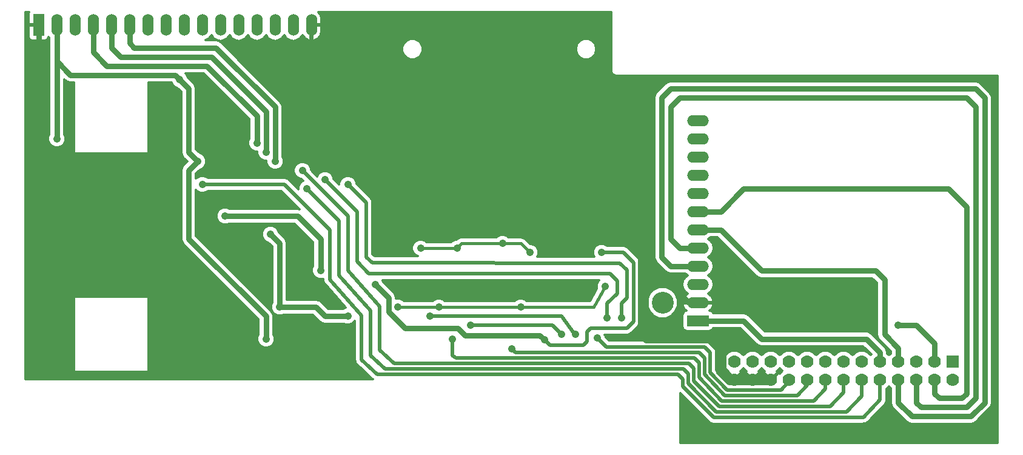
<source format=gbl>
G04 #@! TF.FileFunction,Copper,L2,Bot,Signal*
%FSLAX46Y46*%
G04 Gerber Fmt 4.6, Leading zero omitted, Abs format (unit mm)*
G04 Created by KiCad (PCBNEW 4.0.5-e0-6337~49~ubuntu14.04.1) date Fri Dec 30 14:23:34 2016*
%MOMM*%
%LPD*%
G01*
G04 APERTURE LIST*
%ADD10C,0.150000*%
%ADD11R,1.778000X1.778000*%
%ADD12C,1.778000*%
%ADD13C,3.048000*%
%ADD14R,1.524000X3.048000*%
%ADD15O,1.524000X3.048000*%
%ADD16R,3.048000X1.524000*%
%ADD17O,3.048000X1.524000*%
%ADD18C,1.066800*%
%ADD19C,0.762000*%
%ADD20C,0.381000*%
%ADD21C,0.508000*%
%ADD22C,1.524000*%
%ADD23C,0.304800*%
G04 APERTURE END LIST*
D10*
D11*
X206375000Y-124460000D03*
D12*
X206375000Y-127000000D03*
X203835000Y-124460000D03*
X203835000Y-127000000D03*
X201295000Y-124460000D03*
X201295000Y-127000000D03*
X198755000Y-124460000D03*
X198755000Y-127000000D03*
X196215000Y-124460000D03*
X196215000Y-127000000D03*
X193675000Y-124460000D03*
X193675000Y-127000000D03*
X191135000Y-124460000D03*
X191135000Y-127000000D03*
X188595000Y-124460000D03*
X188595000Y-127000000D03*
X186055000Y-124460000D03*
X186055000Y-127000000D03*
X183515000Y-124460000D03*
X183515000Y-127000000D03*
X180975000Y-124460000D03*
X180975000Y-127000000D03*
X178435000Y-124460000D03*
X178435000Y-127000000D03*
X175895000Y-124460000D03*
X175895000Y-127000000D03*
D13*
X165862000Y-116205000D03*
D14*
X78740000Y-77470000D03*
D15*
X81280000Y-77470000D03*
X83820000Y-77470000D03*
X86360000Y-77470000D03*
X88900000Y-77470000D03*
X91440000Y-77470000D03*
X93980000Y-77470000D03*
X96520000Y-77470000D03*
X99060000Y-77470000D03*
X101600000Y-77470000D03*
X104140000Y-77470000D03*
X106680000Y-77470000D03*
X109220000Y-77470000D03*
X111760000Y-77470000D03*
X114300000Y-77470000D03*
X116840000Y-77470000D03*
D16*
X170815000Y-118745000D03*
D17*
X170815000Y-116205000D03*
X170815000Y-113665000D03*
X170815000Y-111125000D03*
X170815000Y-108585000D03*
X170815000Y-106045000D03*
X170815000Y-103505000D03*
X170815000Y-100965000D03*
X170815000Y-98425000D03*
X170815000Y-95885000D03*
X170815000Y-93345000D03*
X170815000Y-90805000D03*
D18*
X111125000Y-106680000D03*
X121920000Y-118110000D03*
X112395000Y-116840000D03*
X132080000Y-108585000D03*
X137160000Y-108585000D03*
X147320000Y-109220000D03*
X143510000Y-107950000D03*
X198755000Y-119380000D03*
X100965000Y-96520000D03*
X110490000Y-121285000D03*
X98425000Y-85090000D03*
X81280000Y-93345000D03*
X146050000Y-116840000D03*
X157861000Y-113919000D03*
X128905000Y-116840000D03*
X134620000Y-116840000D03*
X136525000Y-121285000D03*
X153670000Y-120650000D03*
X133350000Y-118110000D03*
X111760000Y-96520000D03*
X101600000Y-99695000D03*
X115570000Y-97790000D03*
X118745000Y-99060000D03*
X158115000Y-118364000D03*
X116205000Y-100330000D03*
X156718000Y-121158000D03*
X151765000Y-120650000D03*
X139065000Y-119380000D03*
X110490000Y-95250000D03*
X160147000Y-118364000D03*
X121920000Y-99695000D03*
X109220000Y-93980000D03*
X144780000Y-122682000D03*
X127000000Y-106045000D03*
X161290000Y-104140000D03*
X116840000Y-118745000D03*
X148590000Y-107315000D03*
X100330000Y-114935000D03*
X121285000Y-120015000D03*
X103505000Y-125730000D03*
X78740000Y-93345000D03*
X130175000Y-115443000D03*
X135890000Y-115443000D03*
X141605000Y-115443000D03*
X147320000Y-115443000D03*
X118110000Y-111760000D03*
X104775000Y-104140000D03*
X125730000Y-113665000D03*
X149352000Y-121412000D03*
X157353000Y-109220000D03*
D19*
X112395000Y-107950000D02*
X112395000Y-116840000D01*
X111125000Y-106680000D02*
X112395000Y-107950000D01*
X121920000Y-118110000D02*
X118745000Y-118110000D01*
X117475000Y-116840000D02*
X112395000Y-116840000D01*
X118745000Y-118110000D02*
X117475000Y-116840000D01*
D20*
X137160000Y-108585000D02*
X132080000Y-108585000D01*
X143510000Y-107950000D02*
X137795000Y-107950000D01*
X137795000Y-107950000D02*
X137160000Y-108585000D01*
X146050000Y-107950000D02*
X147320000Y-109220000D01*
X143510000Y-107950000D02*
X146050000Y-107950000D01*
D19*
X203835000Y-121920000D02*
X203835000Y-124460000D01*
X201295000Y-119380000D02*
X203835000Y-121920000D01*
X198755000Y-119380000D02*
X201295000Y-119380000D01*
X100965000Y-96520000D02*
X99695000Y-95250000D01*
X99695000Y-86360000D02*
X98425000Y-85090000D01*
X99695000Y-95250000D02*
X99695000Y-86360000D01*
X99695000Y-97790000D02*
X100965000Y-96520000D01*
X99695000Y-107315000D02*
X99695000Y-97790000D01*
X110490000Y-118110000D02*
X99695000Y-107315000D01*
X110490000Y-121285000D02*
X110490000Y-118110000D01*
X83185000Y-84455000D02*
X81280000Y-82550000D01*
X98425000Y-85090000D02*
X97790000Y-84455000D01*
X97790000Y-84455000D02*
X83185000Y-84455000D01*
X81280000Y-93345000D02*
X81280000Y-82550000D01*
X81280000Y-82550000D02*
X81280000Y-77470000D01*
D20*
X146050000Y-116840000D02*
X156210000Y-116840000D01*
X156210000Y-116840000D02*
X157861000Y-113919000D01*
X134620000Y-116840000D02*
X128905000Y-116840000D01*
X140335000Y-116840000D02*
X134620000Y-116840000D01*
X146050000Y-116840000D02*
X140335000Y-116840000D01*
D19*
X196215000Y-124460000D02*
X196215000Y-123190000D01*
X177165000Y-118745000D02*
X170815000Y-118745000D01*
X179705000Y-121285000D02*
X177165000Y-118745000D01*
X194310000Y-121285000D02*
X179705000Y-121285000D01*
X196215000Y-123190000D02*
X194310000Y-121285000D01*
D21*
X137033000Y-123952000D02*
X136525000Y-123571000D01*
X188595000Y-128270000D02*
X186944000Y-129921000D01*
X186944000Y-129921000D02*
X174117000Y-129921000D01*
X174117000Y-129921000D02*
X170942000Y-126619000D01*
X170942000Y-126619000D02*
X170942000Y-124587000D01*
X170942000Y-124587000D02*
X170307000Y-123952000D01*
X170307000Y-123952000D02*
X137033000Y-123952000D01*
X188595000Y-127000000D02*
X188595000Y-128270000D01*
X136525000Y-123571000D02*
X136525000Y-121285000D01*
D19*
X198755000Y-127000000D02*
X198755000Y-130175000D01*
X167005000Y-111125000D02*
X170815000Y-111125000D01*
X165735000Y-109855000D02*
X167005000Y-111125000D01*
X165735000Y-87630000D02*
X165735000Y-109855000D01*
X167005000Y-86360000D02*
X165735000Y-87630000D01*
X209550000Y-86360000D02*
X167005000Y-86360000D01*
X210820000Y-87630000D02*
X209550000Y-86360000D01*
X210820000Y-130175000D02*
X210820000Y-87630000D01*
X208915000Y-132080000D02*
X210820000Y-130175000D01*
X200660000Y-132080000D02*
X208915000Y-132080000D01*
X198755000Y-130175000D02*
X200660000Y-132080000D01*
D21*
X153670000Y-120650000D02*
X153543000Y-120523000D01*
X153543000Y-120523000D02*
X151765000Y-118110000D01*
X133350000Y-118110000D02*
X151765000Y-118110000D01*
D19*
X91440000Y-80010000D02*
X91440000Y-77470000D01*
X92075000Y-80645000D02*
X91440000Y-80010000D01*
X103505000Y-80645000D02*
X92075000Y-80645000D01*
X111760000Y-88900000D02*
X103505000Y-80645000D01*
X111760000Y-96520000D02*
X111760000Y-88900000D01*
D21*
X123825000Y-124206000D02*
X125984000Y-126238000D01*
X123825000Y-117983000D02*
X123825000Y-124206000D01*
X119380000Y-113030000D02*
X119380000Y-106045000D01*
X196215000Y-127000000D02*
X196215000Y-129794000D01*
X168021000Y-126238000D02*
X125984000Y-126238000D01*
X168656000Y-126873000D02*
X168021000Y-126238000D01*
X168656000Y-127889000D02*
X168656000Y-126873000D01*
X172974000Y-132207000D02*
X168656000Y-127889000D01*
X193929000Y-132207000D02*
X172974000Y-132207000D01*
X196215000Y-129794000D02*
X193929000Y-132207000D01*
X119380000Y-113030000D02*
X123825000Y-117983000D01*
X113030000Y-99695000D02*
X101600000Y-99695000D01*
X119380000Y-106045000D02*
X113030000Y-99695000D01*
X126365000Y-116713000D02*
X126365000Y-122809000D01*
X126365000Y-122809000D02*
X128397000Y-124714000D01*
X121920000Y-104140000D02*
X115570000Y-97790000D01*
X126365000Y-116713000D02*
X121920000Y-111760000D01*
X191135000Y-128778000D02*
X189230000Y-130683000D01*
X189230000Y-130683000D02*
X173736000Y-130683000D01*
X173736000Y-130683000D02*
X170180000Y-127127000D01*
X170180000Y-127127000D02*
X170180000Y-125349000D01*
X170180000Y-125349000D02*
X169545000Y-124714000D01*
X169545000Y-124714000D02*
X128397000Y-124714000D01*
X191135000Y-127000000D02*
X191135000Y-128778000D01*
X121920000Y-111760000D02*
X121920000Y-104140000D01*
X123190000Y-103505000D02*
X118745000Y-99060000D01*
X123190000Y-110490000D02*
X124841000Y-112141000D01*
X159512000Y-113157000D02*
X158496000Y-112141000D01*
X159512000Y-114935000D02*
X159512000Y-113157000D01*
X158115000Y-116332000D02*
X159512000Y-114935000D01*
X158115000Y-118364000D02*
X158115000Y-116332000D01*
X158496000Y-112141000D02*
X124841000Y-112141000D01*
X123190000Y-110490000D02*
X123190000Y-103505000D01*
X125095000Y-117348000D02*
X125095000Y-123571000D01*
X125095000Y-123571000D02*
X127127000Y-125476000D01*
X120650000Y-104775000D02*
X116205000Y-100330000D01*
X193675000Y-129286000D02*
X191516000Y-131445000D01*
X191516000Y-131445000D02*
X173355000Y-131445000D01*
X173355000Y-131445000D02*
X169418000Y-127508000D01*
X169418000Y-127508000D02*
X169418000Y-126111000D01*
X169418000Y-126111000D02*
X168783000Y-125476000D01*
X168783000Y-125476000D02*
X127127000Y-125476000D01*
X193675000Y-127000000D02*
X193675000Y-129286000D01*
X125095000Y-117348000D02*
X120650000Y-112395000D01*
X120650000Y-112395000D02*
X120650000Y-104775000D01*
D19*
X201295000Y-127000000D02*
X201295000Y-130175000D01*
X168275000Y-108585000D02*
X170815000Y-108585000D01*
X167005000Y-107315000D02*
X168275000Y-108585000D01*
X167005000Y-88900000D02*
X167005000Y-107315000D01*
X168275000Y-87630000D02*
X167005000Y-88900000D01*
X208280000Y-87630000D02*
X168275000Y-87630000D01*
X209550000Y-88900000D02*
X208280000Y-87630000D01*
X209550000Y-129540000D02*
X209550000Y-88900000D01*
X208280000Y-130810000D02*
X209550000Y-129540000D01*
X201930000Y-130810000D02*
X208280000Y-130810000D01*
X201295000Y-130175000D02*
X201930000Y-130810000D01*
D21*
X157988000Y-122428000D02*
X156718000Y-121158000D01*
X171704000Y-122428000D02*
X157988000Y-122428000D01*
X172466000Y-123190000D02*
X171704000Y-122428000D01*
X172466000Y-125984000D02*
X172466000Y-123190000D01*
X174879000Y-128397000D02*
X172466000Y-125984000D01*
X182372000Y-128397000D02*
X174879000Y-128397000D01*
X183515000Y-127254000D02*
X182372000Y-128397000D01*
X183515000Y-127000000D02*
X183515000Y-127254000D01*
X151765000Y-120650000D02*
X150495000Y-119380000D01*
X150495000Y-119380000D02*
X139065000Y-119380000D01*
D19*
X88900000Y-80645000D02*
X88900000Y-77470000D01*
X90170000Y-81915000D02*
X88900000Y-80645000D01*
X102870000Y-81915000D02*
X90170000Y-81915000D01*
X110490000Y-89535000D02*
X102870000Y-81915000D01*
X110490000Y-95250000D02*
X110490000Y-89535000D01*
D21*
X124460000Y-109855000D02*
X124460000Y-102235000D01*
X125349000Y-110617000D02*
X159893000Y-110744000D01*
X160909000Y-115570000D02*
X160909000Y-111633000D01*
X160147000Y-116332000D02*
X160909000Y-115570000D01*
X160147000Y-118364000D02*
X160147000Y-116332000D01*
X160909000Y-111633000D02*
X159893000Y-110744000D01*
X124460000Y-109855000D02*
X125349000Y-110617000D01*
X124460000Y-102235000D02*
X121920000Y-99695000D01*
D19*
X196850000Y-120650000D02*
X198755000Y-122555000D01*
X196850000Y-113030000D02*
X195580000Y-111760000D01*
X195580000Y-111760000D02*
X179705000Y-111760000D01*
X179705000Y-111760000D02*
X173990000Y-106045000D01*
X170815000Y-106045000D02*
X173990000Y-106045000D01*
X196850000Y-120650000D02*
X196850000Y-113030000D01*
X198755000Y-122555000D02*
X198755000Y-124460000D01*
X86360000Y-81280000D02*
X86360000Y-77470000D01*
X88265000Y-83185000D02*
X86360000Y-81280000D01*
X102235000Y-83185000D02*
X88265000Y-83185000D01*
X109220000Y-90170000D02*
X102235000Y-83185000D01*
X109220000Y-93980000D02*
X109220000Y-90170000D01*
D21*
X145288000Y-123190000D02*
X144780000Y-122682000D01*
X186055000Y-127762000D02*
X184658000Y-129159000D01*
X184658000Y-129159000D02*
X174498000Y-129159000D01*
X174498000Y-129159000D02*
X171704000Y-126238000D01*
X171704000Y-126238000D02*
X171704000Y-123952000D01*
X171704000Y-123952000D02*
X170942000Y-123190000D01*
X170942000Y-123190000D02*
X145288000Y-123190000D01*
X186055000Y-127000000D02*
X186055000Y-127762000D01*
D19*
X203835000Y-127000000D02*
X203835000Y-128905000D01*
X173990000Y-103505000D02*
X170815000Y-103505000D01*
X177165000Y-100330000D02*
X173990000Y-103505000D01*
X205740000Y-100330000D02*
X177165000Y-100330000D01*
X208280000Y-102870000D02*
X205740000Y-100330000D01*
X208280000Y-128905000D02*
X208280000Y-102870000D01*
X207645000Y-129540000D02*
X208280000Y-128905000D01*
X204470000Y-129540000D02*
X207645000Y-129540000D01*
X203835000Y-128905000D02*
X204470000Y-129540000D01*
D22*
X127635000Y-105410000D02*
X127000000Y-106045000D01*
X148590000Y-105410000D02*
X127635000Y-105410000D01*
D19*
X161290000Y-104140000D02*
X161290000Y-105410000D01*
X118110000Y-120015000D02*
X121285000Y-120015000D01*
X116840000Y-118745000D02*
X118110000Y-120015000D01*
X148590000Y-107315000D02*
X148590000Y-105410000D01*
D22*
X163195000Y-107315000D02*
X161290000Y-105410000D01*
X163195000Y-109855000D02*
X163195000Y-107315000D01*
X161290000Y-105410000D02*
X148590000Y-105410000D01*
D19*
X102235000Y-124460000D02*
X103505000Y-125730000D01*
X102235000Y-116840000D02*
X102235000Y-124460000D01*
X100330000Y-114935000D02*
X102235000Y-116840000D01*
X115570000Y-125730000D02*
X121285000Y-120015000D01*
X115570000Y-125730000D02*
X103505000Y-125730000D01*
X78740000Y-93345000D02*
X78740000Y-77470000D01*
X170815000Y-116205000D02*
X169545000Y-116205000D01*
X169545000Y-116205000D02*
X163195000Y-109855000D01*
D20*
X130175000Y-115443000D02*
X135890000Y-115443000D01*
X135890000Y-115443000D02*
X141605000Y-115443000D01*
X147320000Y-115443000D02*
X141605000Y-115443000D01*
D19*
X170815000Y-116205000D02*
X170815000Y-116205000D01*
D22*
X163830000Y-121158000D02*
X163703000Y-121158000D01*
X173227998Y-121157998D02*
X163830000Y-121158000D01*
X173990000Y-121920000D02*
X173227998Y-121157998D01*
X173990000Y-125730000D02*
X173990000Y-121920000D01*
X175260000Y-127000000D02*
X173990000Y-125730000D01*
X163195000Y-120650000D02*
X163195000Y-114300000D01*
X163195000Y-114300000D02*
X163195000Y-109855000D01*
X163703000Y-121158000D02*
X163195000Y-120650000D01*
X180975000Y-127000000D02*
X178435000Y-127000000D01*
X178435000Y-127000000D02*
X175895000Y-127000000D01*
X175895000Y-127000000D02*
X175260000Y-127000000D01*
D19*
X129921000Y-119761000D02*
X137287000Y-119761000D01*
X125730000Y-113665000D02*
X127635000Y-115570000D01*
X127635000Y-115570000D02*
X127635000Y-117475000D01*
X127635000Y-117475000D02*
X129921000Y-119761000D01*
X118110000Y-107315000D02*
X118110000Y-111760000D01*
X114935000Y-104140000D02*
X118110000Y-107315000D01*
X104775000Y-104140000D02*
X114935000Y-104140000D01*
X148717000Y-120777000D02*
X149352000Y-121412000D01*
X138303000Y-120777000D02*
X148717000Y-120777000D01*
X137287000Y-119761000D02*
X138303000Y-120777000D01*
D21*
X149352000Y-121412000D02*
X150114000Y-122174000D01*
X160401000Y-109220000D02*
X157353000Y-109220000D01*
X161798000Y-110617000D02*
X160401000Y-109220000D01*
X161798000Y-118872000D02*
X161798000Y-110617000D01*
X160909000Y-119761000D02*
X161798000Y-118872000D01*
X155829000Y-119761000D02*
X160909000Y-119761000D01*
X155321000Y-120269000D02*
X155829000Y-119761000D01*
X155321000Y-121666000D02*
X155321000Y-120269000D01*
X154813000Y-122174000D02*
X155321000Y-121666000D01*
X150114000Y-122174000D02*
X154813000Y-122174000D01*
D23*
G36*
X158674600Y-83820000D02*
X158728676Y-84091858D01*
X158882671Y-84322329D01*
X159113142Y-84476324D01*
X159385000Y-84530400D01*
X212649600Y-84530400D01*
X212649600Y-135814600D01*
X168350400Y-135814600D01*
X168350400Y-128876556D01*
X172327421Y-132853578D01*
X172475748Y-132952687D01*
X172624074Y-133051795D01*
X172974000Y-133121400D01*
X193929000Y-133121400D01*
X193941322Y-133118949D01*
X193953704Y-133121066D01*
X194115844Y-133084234D01*
X194278926Y-133051795D01*
X194289371Y-133044816D01*
X194301621Y-133042033D01*
X194437332Y-132945951D01*
X194575578Y-132853578D01*
X194582556Y-132843134D01*
X194592811Y-132835874D01*
X196878811Y-130422874D01*
X196967427Y-130282165D01*
X197059795Y-130143926D01*
X197062246Y-130131605D01*
X197068941Y-130120974D01*
X197096962Y-129957076D01*
X197129400Y-129794000D01*
X197129400Y-128276468D01*
X197485305Y-127921184D01*
X197713600Y-128149879D01*
X197713600Y-130175000D01*
X197792872Y-130573527D01*
X197967850Y-130835400D01*
X198018619Y-130911381D01*
X199923619Y-132816381D01*
X200261473Y-133042128D01*
X200660000Y-133121400D01*
X208915000Y-133121400D01*
X209313527Y-133042128D01*
X209651381Y-132816381D01*
X211556381Y-130911381D01*
X211607150Y-130835400D01*
X211782128Y-130573527D01*
X211861400Y-130175000D01*
X211861400Y-87630000D01*
X211782128Y-87231473D01*
X211556381Y-86893619D01*
X210286381Y-85623619D01*
X210084200Y-85488526D01*
X209948527Y-85397872D01*
X209550000Y-85318600D01*
X167005000Y-85318600D01*
X166606473Y-85397872D01*
X166470800Y-85488526D01*
X166268619Y-85623619D01*
X164998619Y-86893619D01*
X164772872Y-87231473D01*
X164693600Y-87630000D01*
X164693600Y-109855000D01*
X164772872Y-110253527D01*
X164938615Y-110501578D01*
X164998619Y-110591381D01*
X166268619Y-111861381D01*
X166606473Y-112087128D01*
X167005000Y-112166400D01*
X169057712Y-112166400D01*
X169399837Y-112395000D01*
X169004416Y-112659211D01*
X168696079Y-113120671D01*
X168587805Y-113665000D01*
X168696079Y-114209329D01*
X169004416Y-114670789D01*
X169404252Y-114937950D01*
X168975369Y-115271053D01*
X168699993Y-115754537D01*
X168667594Y-115882707D01*
X168799812Y-116103400D01*
X170713400Y-116103400D01*
X170713400Y-116083400D01*
X170916600Y-116083400D01*
X170916600Y-116103400D01*
X172830188Y-116103400D01*
X172962406Y-115882707D01*
X172930007Y-115754537D01*
X172654631Y-115271053D01*
X172225748Y-114937950D01*
X172625584Y-114670789D01*
X172933921Y-114209329D01*
X173042195Y-113665000D01*
X172933921Y-113120671D01*
X172625584Y-112659211D01*
X172230163Y-112395000D01*
X172625584Y-112130789D01*
X172933921Y-111669329D01*
X173042195Y-111125000D01*
X172933921Y-110580671D01*
X172625584Y-110119211D01*
X172230163Y-109855000D01*
X172625584Y-109590789D01*
X172933921Y-109129329D01*
X173042195Y-108585000D01*
X172933921Y-108040671D01*
X172625584Y-107579211D01*
X172230163Y-107315000D01*
X172572288Y-107086400D01*
X173558638Y-107086400D01*
X178968619Y-112496381D01*
X179306474Y-112722129D01*
X179705000Y-112801400D01*
X195148638Y-112801400D01*
X195808600Y-113461362D01*
X195808600Y-120650000D01*
X195887872Y-121048527D01*
X196053615Y-121296578D01*
X196113619Y-121386381D01*
X197713600Y-122986362D01*
X197713600Y-123310310D01*
X197484695Y-123538816D01*
X197256400Y-123310121D01*
X197256400Y-123190000D01*
X197177128Y-122791473D01*
X196951381Y-122453619D01*
X195046381Y-120548619D01*
X194855984Y-120421400D01*
X194708527Y-120322872D01*
X194310000Y-120243600D01*
X180136362Y-120243600D01*
X177901381Y-118008619D01*
X177710984Y-117881400D01*
X177563527Y-117782872D01*
X177165000Y-117703600D01*
X172943979Y-117703600D01*
X172821654Y-117513501D01*
X172600966Y-117362712D01*
X172415010Y-117325055D01*
X172654631Y-117138947D01*
X172930007Y-116655463D01*
X172962406Y-116527293D01*
X172830188Y-116306600D01*
X170916600Y-116306600D01*
X170916600Y-116326600D01*
X170713400Y-116326600D01*
X170713400Y-116306600D01*
X168799812Y-116306600D01*
X168667594Y-116527293D01*
X168699993Y-116655463D01*
X168975369Y-117138947D01*
X169213860Y-117324177D01*
X169046270Y-117355711D01*
X168821501Y-117500346D01*
X168670712Y-117721034D01*
X168617662Y-117983000D01*
X168617662Y-119507000D01*
X168663711Y-119751730D01*
X168808346Y-119976499D01*
X169029034Y-120127288D01*
X169291000Y-120180338D01*
X172339000Y-120180338D01*
X172583730Y-120134289D01*
X172808499Y-119989654D01*
X172947376Y-119786400D01*
X176733638Y-119786400D01*
X178968619Y-122021381D01*
X179306473Y-122247128D01*
X179705000Y-122326400D01*
X193878638Y-122326400D01*
X195017938Y-123465700D01*
X194944695Y-123538816D01*
X194553811Y-123147248D01*
X193984547Y-122910869D01*
X193368157Y-122910331D01*
X192798482Y-123145716D01*
X192404695Y-123538816D01*
X192013811Y-123147248D01*
X191444547Y-122910869D01*
X190828157Y-122910331D01*
X190258482Y-123145716D01*
X189864695Y-123538816D01*
X189473811Y-123147248D01*
X188904547Y-122910869D01*
X188288157Y-122910331D01*
X187718482Y-123145716D01*
X187324695Y-123538816D01*
X186933811Y-123147248D01*
X186364547Y-122910869D01*
X185748157Y-122910331D01*
X185178482Y-123145716D01*
X184784695Y-123538816D01*
X184393811Y-123147248D01*
X183824547Y-122910869D01*
X183208157Y-122910331D01*
X182638482Y-123145716D01*
X182244695Y-123538816D01*
X181853811Y-123147248D01*
X181284547Y-122910869D01*
X180668157Y-122910331D01*
X180098482Y-123145716D01*
X179704695Y-123538816D01*
X179313811Y-123147248D01*
X178744547Y-122910869D01*
X178128157Y-122910331D01*
X177558482Y-123145716D01*
X177164695Y-123538816D01*
X176773811Y-123147248D01*
X176204547Y-122910869D01*
X175588157Y-122910331D01*
X175018482Y-123145716D01*
X174582248Y-123581189D01*
X174345869Y-124150453D01*
X174345331Y-124766843D01*
X174580716Y-125336518D01*
X175016189Y-125772752D01*
X175017330Y-125773226D01*
X174969113Y-125930429D01*
X175895000Y-126856316D01*
X176820887Y-125930429D01*
X176772649Y-125773155D01*
X177165305Y-125381184D01*
X177556189Y-125772752D01*
X177557330Y-125773226D01*
X177509113Y-125930429D01*
X178435000Y-126856316D01*
X179360887Y-125930429D01*
X179312649Y-125773155D01*
X179705305Y-125381184D01*
X180096189Y-125772752D01*
X180097330Y-125773226D01*
X180049113Y-125930429D01*
X180975000Y-126856316D01*
X181900887Y-125930429D01*
X181852649Y-125773155D01*
X182245305Y-125381184D01*
X182593816Y-125730305D01*
X182202248Y-126121189D01*
X182201774Y-126122330D01*
X182044571Y-126074113D01*
X181118684Y-127000000D01*
X181132827Y-127014143D01*
X180989143Y-127157827D01*
X180975000Y-127143684D01*
X180960858Y-127157827D01*
X180817174Y-127014143D01*
X180831316Y-127000000D01*
X179905429Y-126074113D01*
X179705000Y-126135588D01*
X179504571Y-126074113D01*
X178578684Y-127000000D01*
X178592827Y-127014143D01*
X178449143Y-127157827D01*
X178435000Y-127143684D01*
X178420858Y-127157827D01*
X178277174Y-127014143D01*
X178291316Y-127000000D01*
X177365429Y-126074113D01*
X177165000Y-126135588D01*
X176964571Y-126074113D01*
X176038684Y-127000000D01*
X176052827Y-127014143D01*
X175909143Y-127157827D01*
X175895000Y-127143684D01*
X175880858Y-127157827D01*
X175737174Y-127014143D01*
X175751316Y-127000000D01*
X174825429Y-126074113D01*
X174559878Y-126155562D01*
X174384948Y-126609791D01*
X173380400Y-125605244D01*
X173380400Y-123190000D01*
X173363931Y-123107205D01*
X173310796Y-122840075D01*
X173112579Y-122543422D01*
X172350578Y-121781422D01*
X172321399Y-121761925D01*
X172053926Y-121583205D01*
X171704000Y-121513600D01*
X158366757Y-121513600D01*
X157911887Y-121058731D01*
X157912007Y-120921580D01*
X157810288Y-120675400D01*
X160909000Y-120675400D01*
X161258926Y-120605795D01*
X161555578Y-120407578D01*
X162444579Y-119518578D01*
X162605060Y-119278400D01*
X162642795Y-119221926D01*
X162712400Y-118872000D01*
X162712400Y-116637598D01*
X163677222Y-116637598D01*
X164009076Y-117440747D01*
X164623021Y-118055764D01*
X165425590Y-118389020D01*
X166294598Y-118389778D01*
X167097747Y-118057924D01*
X167712764Y-117443979D01*
X168046020Y-116641410D01*
X168046778Y-115772402D01*
X167714924Y-114969253D01*
X167100979Y-114354236D01*
X166298410Y-114020980D01*
X165429402Y-114020222D01*
X164626253Y-114352076D01*
X164011236Y-114966021D01*
X163677980Y-115768590D01*
X163677222Y-116637598D01*
X162712400Y-116637598D01*
X162712400Y-110617000D01*
X162642795Y-110267074D01*
X162520201Y-110083600D01*
X162444578Y-109970421D01*
X161047578Y-108573422D01*
X161001875Y-108542884D01*
X160750926Y-108375205D01*
X160401000Y-108305600D01*
X158127011Y-108305600D01*
X158030116Y-108208536D01*
X157591503Y-108026408D01*
X157116580Y-108025993D01*
X156677650Y-108207355D01*
X156341536Y-108542884D01*
X156159408Y-108981497D01*
X156158993Y-109456420D01*
X156307739Y-109816413D01*
X148377082Y-109787256D01*
X148513592Y-109458503D01*
X148514007Y-108983580D01*
X148332645Y-108544650D01*
X147997116Y-108208536D01*
X147558503Y-108026408D01*
X147329562Y-108026208D01*
X146651677Y-107348323D01*
X146375626Y-107163871D01*
X146050000Y-107099100D01*
X144347401Y-107099100D01*
X144187116Y-106938536D01*
X143748503Y-106756408D01*
X143273580Y-106755993D01*
X142834650Y-106937355D01*
X142672623Y-107099100D01*
X137795000Y-107099100D01*
X137469375Y-107163871D01*
X137193323Y-107348323D01*
X137150455Y-107391191D01*
X136923580Y-107390993D01*
X136484650Y-107572355D01*
X136322623Y-107734100D01*
X132917401Y-107734100D01*
X132757116Y-107573536D01*
X132318503Y-107391408D01*
X131843580Y-107390993D01*
X131404650Y-107572355D01*
X131068536Y-107907884D01*
X130886408Y-108346497D01*
X130885993Y-108821420D01*
X131067355Y-109260350D01*
X131402884Y-109596464D01*
X131714835Y-109725997D01*
X125688708Y-109703843D01*
X125374400Y-109434435D01*
X125374400Y-102235000D01*
X125304795Y-101885074D01*
X125267060Y-101828600D01*
X125106578Y-101588421D01*
X123113887Y-99595731D01*
X123114007Y-99458580D01*
X122932645Y-99019650D01*
X122597116Y-98683536D01*
X122158503Y-98501408D01*
X121683580Y-98500993D01*
X121244650Y-98682355D01*
X120908536Y-99017884D01*
X120726408Y-99456497D01*
X120726153Y-99747997D01*
X119938887Y-98960731D01*
X119939007Y-98823580D01*
X119757645Y-98384650D01*
X119422116Y-98048536D01*
X118983503Y-97866408D01*
X118508580Y-97865993D01*
X118069650Y-98047355D01*
X117733536Y-98382884D01*
X117652118Y-98578961D01*
X116763887Y-97690731D01*
X116764007Y-97553580D01*
X116582645Y-97114650D01*
X116247116Y-96778536D01*
X115808503Y-96596408D01*
X115333580Y-96595993D01*
X114894650Y-96777355D01*
X114558536Y-97112884D01*
X114376408Y-97551497D01*
X114375993Y-98026420D01*
X114557355Y-98465350D01*
X114892884Y-98801464D01*
X115331497Y-98983592D01*
X115470557Y-98983714D01*
X115723926Y-99237082D01*
X115529650Y-99317355D01*
X115193536Y-99652884D01*
X115011408Y-100091497D01*
X115011153Y-100382997D01*
X113676578Y-99048422D01*
X113558207Y-98969329D01*
X113379926Y-98850205D01*
X113030000Y-98780600D01*
X102374011Y-98780600D01*
X102277116Y-98683536D01*
X101838503Y-98501408D01*
X101363580Y-98500993D01*
X100924650Y-98682355D01*
X100736400Y-98870277D01*
X100736400Y-98221362D01*
X101273564Y-97684198D01*
X101640350Y-97532645D01*
X101976464Y-97197116D01*
X102158592Y-96758503D01*
X102159007Y-96283580D01*
X101977645Y-95844650D01*
X101642116Y-95508536D01*
X101273047Y-95355285D01*
X100736400Y-94818638D01*
X100736400Y-86360000D01*
X100657128Y-85961473D01*
X100431381Y-85623619D01*
X99589198Y-84781436D01*
X99437645Y-84414650D01*
X99249723Y-84226400D01*
X101803638Y-84226400D01*
X108178600Y-90601362D01*
X108178600Y-93374978D01*
X108026408Y-93741497D01*
X108025993Y-94216420D01*
X108207355Y-94655350D01*
X108542884Y-94991464D01*
X108981497Y-95173592D01*
X109296266Y-95173867D01*
X109295993Y-95486420D01*
X109477355Y-95925350D01*
X109812884Y-96261464D01*
X110251497Y-96443592D01*
X110566266Y-96443867D01*
X110565993Y-96756420D01*
X110747355Y-97195350D01*
X111082884Y-97531464D01*
X111521497Y-97713592D01*
X111996420Y-97714007D01*
X112435350Y-97532645D01*
X112771464Y-97197116D01*
X112953592Y-96758503D01*
X112954007Y-96283580D01*
X112801400Y-95914242D01*
X112801400Y-88900000D01*
X112722128Y-88501473D01*
X112496381Y-88163619D01*
X105449953Y-81117191D01*
X129514354Y-81117191D01*
X129730445Y-81640172D01*
X130130223Y-82040649D01*
X130652826Y-82257652D01*
X131218691Y-82258146D01*
X131741672Y-82042055D01*
X132142149Y-81642277D01*
X132359152Y-81119674D01*
X132359154Y-81117191D01*
X153771354Y-81117191D01*
X153987445Y-81640172D01*
X154387223Y-82040649D01*
X154909826Y-82257652D01*
X155475691Y-82258146D01*
X155998672Y-82042055D01*
X156399149Y-81642277D01*
X156616152Y-81119674D01*
X156616646Y-80553809D01*
X156400555Y-80030828D01*
X156000777Y-79630351D01*
X155478174Y-79413348D01*
X154912309Y-79412854D01*
X154389328Y-79628945D01*
X153988851Y-80028723D01*
X153771848Y-80551326D01*
X153771354Y-81117191D01*
X132359154Y-81117191D01*
X132359646Y-80553809D01*
X132143555Y-80030828D01*
X131743777Y-79630351D01*
X131221174Y-79413348D01*
X130655309Y-79412854D01*
X130132328Y-79628945D01*
X129731851Y-80028723D01*
X129514848Y-80551326D01*
X129514354Y-81117191D01*
X105449953Y-81117191D01*
X104241381Y-79908619D01*
X103903527Y-79682872D01*
X103505000Y-79603600D01*
X102070533Y-79603600D01*
X102144329Y-79588921D01*
X102605789Y-79280584D01*
X102870000Y-78885163D01*
X103134211Y-79280584D01*
X103595671Y-79588921D01*
X104140000Y-79697195D01*
X104684329Y-79588921D01*
X105145789Y-79280584D01*
X105410000Y-78885163D01*
X105674211Y-79280584D01*
X106135671Y-79588921D01*
X106680000Y-79697195D01*
X107224329Y-79588921D01*
X107685789Y-79280584D01*
X107950000Y-78885163D01*
X108214211Y-79280584D01*
X108675671Y-79588921D01*
X109220000Y-79697195D01*
X109764329Y-79588921D01*
X110225789Y-79280584D01*
X110490000Y-78885163D01*
X110754211Y-79280584D01*
X111215671Y-79588921D01*
X111760000Y-79697195D01*
X112304329Y-79588921D01*
X112765789Y-79280584D01*
X113030000Y-78885163D01*
X113294211Y-79280584D01*
X113755671Y-79588921D01*
X114300000Y-79697195D01*
X114844329Y-79588921D01*
X115305789Y-79280584D01*
X115572950Y-78880748D01*
X115906053Y-79309631D01*
X116389537Y-79585007D01*
X116517707Y-79617406D01*
X116738400Y-79485188D01*
X116738400Y-77571600D01*
X116941600Y-77571600D01*
X116941600Y-79485188D01*
X117162293Y-79617406D01*
X117290463Y-79585007D01*
X117773947Y-79309631D01*
X118115246Y-78870195D01*
X118262400Y-78333600D01*
X118262400Y-77571600D01*
X116941600Y-77571600D01*
X116738400Y-77571600D01*
X116718400Y-77571600D01*
X116718400Y-77368400D01*
X116738400Y-77368400D01*
X116738400Y-77348400D01*
X116941600Y-77348400D01*
X116941600Y-77368400D01*
X118262400Y-77368400D01*
X118262400Y-76606400D01*
X118115246Y-76069805D01*
X117781738Y-75640400D01*
X158674600Y-75640400D01*
X158674600Y-83820000D01*
X158674600Y-83820000D01*
G37*
X158674600Y-83820000D02*
X158728676Y-84091858D01*
X158882671Y-84322329D01*
X159113142Y-84476324D01*
X159385000Y-84530400D01*
X212649600Y-84530400D01*
X212649600Y-135814600D01*
X168350400Y-135814600D01*
X168350400Y-128876556D01*
X172327421Y-132853578D01*
X172475748Y-132952687D01*
X172624074Y-133051795D01*
X172974000Y-133121400D01*
X193929000Y-133121400D01*
X193941322Y-133118949D01*
X193953704Y-133121066D01*
X194115844Y-133084234D01*
X194278926Y-133051795D01*
X194289371Y-133044816D01*
X194301621Y-133042033D01*
X194437332Y-132945951D01*
X194575578Y-132853578D01*
X194582556Y-132843134D01*
X194592811Y-132835874D01*
X196878811Y-130422874D01*
X196967427Y-130282165D01*
X197059795Y-130143926D01*
X197062246Y-130131605D01*
X197068941Y-130120974D01*
X197096962Y-129957076D01*
X197129400Y-129794000D01*
X197129400Y-128276468D01*
X197485305Y-127921184D01*
X197713600Y-128149879D01*
X197713600Y-130175000D01*
X197792872Y-130573527D01*
X197967850Y-130835400D01*
X198018619Y-130911381D01*
X199923619Y-132816381D01*
X200261473Y-133042128D01*
X200660000Y-133121400D01*
X208915000Y-133121400D01*
X209313527Y-133042128D01*
X209651381Y-132816381D01*
X211556381Y-130911381D01*
X211607150Y-130835400D01*
X211782128Y-130573527D01*
X211861400Y-130175000D01*
X211861400Y-87630000D01*
X211782128Y-87231473D01*
X211556381Y-86893619D01*
X210286381Y-85623619D01*
X210084200Y-85488526D01*
X209948527Y-85397872D01*
X209550000Y-85318600D01*
X167005000Y-85318600D01*
X166606473Y-85397872D01*
X166470800Y-85488526D01*
X166268619Y-85623619D01*
X164998619Y-86893619D01*
X164772872Y-87231473D01*
X164693600Y-87630000D01*
X164693600Y-109855000D01*
X164772872Y-110253527D01*
X164938615Y-110501578D01*
X164998619Y-110591381D01*
X166268619Y-111861381D01*
X166606473Y-112087128D01*
X167005000Y-112166400D01*
X169057712Y-112166400D01*
X169399837Y-112395000D01*
X169004416Y-112659211D01*
X168696079Y-113120671D01*
X168587805Y-113665000D01*
X168696079Y-114209329D01*
X169004416Y-114670789D01*
X169404252Y-114937950D01*
X168975369Y-115271053D01*
X168699993Y-115754537D01*
X168667594Y-115882707D01*
X168799812Y-116103400D01*
X170713400Y-116103400D01*
X170713400Y-116083400D01*
X170916600Y-116083400D01*
X170916600Y-116103400D01*
X172830188Y-116103400D01*
X172962406Y-115882707D01*
X172930007Y-115754537D01*
X172654631Y-115271053D01*
X172225748Y-114937950D01*
X172625584Y-114670789D01*
X172933921Y-114209329D01*
X173042195Y-113665000D01*
X172933921Y-113120671D01*
X172625584Y-112659211D01*
X172230163Y-112395000D01*
X172625584Y-112130789D01*
X172933921Y-111669329D01*
X173042195Y-111125000D01*
X172933921Y-110580671D01*
X172625584Y-110119211D01*
X172230163Y-109855000D01*
X172625584Y-109590789D01*
X172933921Y-109129329D01*
X173042195Y-108585000D01*
X172933921Y-108040671D01*
X172625584Y-107579211D01*
X172230163Y-107315000D01*
X172572288Y-107086400D01*
X173558638Y-107086400D01*
X178968619Y-112496381D01*
X179306474Y-112722129D01*
X179705000Y-112801400D01*
X195148638Y-112801400D01*
X195808600Y-113461362D01*
X195808600Y-120650000D01*
X195887872Y-121048527D01*
X196053615Y-121296578D01*
X196113619Y-121386381D01*
X197713600Y-122986362D01*
X197713600Y-123310310D01*
X197484695Y-123538816D01*
X197256400Y-123310121D01*
X197256400Y-123190000D01*
X197177128Y-122791473D01*
X196951381Y-122453619D01*
X195046381Y-120548619D01*
X194855984Y-120421400D01*
X194708527Y-120322872D01*
X194310000Y-120243600D01*
X180136362Y-120243600D01*
X177901381Y-118008619D01*
X177710984Y-117881400D01*
X177563527Y-117782872D01*
X177165000Y-117703600D01*
X172943979Y-117703600D01*
X172821654Y-117513501D01*
X172600966Y-117362712D01*
X172415010Y-117325055D01*
X172654631Y-117138947D01*
X172930007Y-116655463D01*
X172962406Y-116527293D01*
X172830188Y-116306600D01*
X170916600Y-116306600D01*
X170916600Y-116326600D01*
X170713400Y-116326600D01*
X170713400Y-116306600D01*
X168799812Y-116306600D01*
X168667594Y-116527293D01*
X168699993Y-116655463D01*
X168975369Y-117138947D01*
X169213860Y-117324177D01*
X169046270Y-117355711D01*
X168821501Y-117500346D01*
X168670712Y-117721034D01*
X168617662Y-117983000D01*
X168617662Y-119507000D01*
X168663711Y-119751730D01*
X168808346Y-119976499D01*
X169029034Y-120127288D01*
X169291000Y-120180338D01*
X172339000Y-120180338D01*
X172583730Y-120134289D01*
X172808499Y-119989654D01*
X172947376Y-119786400D01*
X176733638Y-119786400D01*
X178968619Y-122021381D01*
X179306473Y-122247128D01*
X179705000Y-122326400D01*
X193878638Y-122326400D01*
X195017938Y-123465700D01*
X194944695Y-123538816D01*
X194553811Y-123147248D01*
X193984547Y-122910869D01*
X193368157Y-122910331D01*
X192798482Y-123145716D01*
X192404695Y-123538816D01*
X192013811Y-123147248D01*
X191444547Y-122910869D01*
X190828157Y-122910331D01*
X190258482Y-123145716D01*
X189864695Y-123538816D01*
X189473811Y-123147248D01*
X188904547Y-122910869D01*
X188288157Y-122910331D01*
X187718482Y-123145716D01*
X187324695Y-123538816D01*
X186933811Y-123147248D01*
X186364547Y-122910869D01*
X185748157Y-122910331D01*
X185178482Y-123145716D01*
X184784695Y-123538816D01*
X184393811Y-123147248D01*
X183824547Y-122910869D01*
X183208157Y-122910331D01*
X182638482Y-123145716D01*
X182244695Y-123538816D01*
X181853811Y-123147248D01*
X181284547Y-122910869D01*
X180668157Y-122910331D01*
X180098482Y-123145716D01*
X179704695Y-123538816D01*
X179313811Y-123147248D01*
X178744547Y-122910869D01*
X178128157Y-122910331D01*
X177558482Y-123145716D01*
X177164695Y-123538816D01*
X176773811Y-123147248D01*
X176204547Y-122910869D01*
X175588157Y-122910331D01*
X175018482Y-123145716D01*
X174582248Y-123581189D01*
X174345869Y-124150453D01*
X174345331Y-124766843D01*
X174580716Y-125336518D01*
X175016189Y-125772752D01*
X175017330Y-125773226D01*
X174969113Y-125930429D01*
X175895000Y-126856316D01*
X176820887Y-125930429D01*
X176772649Y-125773155D01*
X177165305Y-125381184D01*
X177556189Y-125772752D01*
X177557330Y-125773226D01*
X177509113Y-125930429D01*
X178435000Y-126856316D01*
X179360887Y-125930429D01*
X179312649Y-125773155D01*
X179705305Y-125381184D01*
X180096189Y-125772752D01*
X180097330Y-125773226D01*
X180049113Y-125930429D01*
X180975000Y-126856316D01*
X181900887Y-125930429D01*
X181852649Y-125773155D01*
X182245305Y-125381184D01*
X182593816Y-125730305D01*
X182202248Y-126121189D01*
X182201774Y-126122330D01*
X182044571Y-126074113D01*
X181118684Y-127000000D01*
X181132827Y-127014143D01*
X180989143Y-127157827D01*
X180975000Y-127143684D01*
X180960858Y-127157827D01*
X180817174Y-127014143D01*
X180831316Y-127000000D01*
X179905429Y-126074113D01*
X179705000Y-126135588D01*
X179504571Y-126074113D01*
X178578684Y-127000000D01*
X178592827Y-127014143D01*
X178449143Y-127157827D01*
X178435000Y-127143684D01*
X178420858Y-127157827D01*
X178277174Y-127014143D01*
X178291316Y-127000000D01*
X177365429Y-126074113D01*
X177165000Y-126135588D01*
X176964571Y-126074113D01*
X176038684Y-127000000D01*
X176052827Y-127014143D01*
X175909143Y-127157827D01*
X175895000Y-127143684D01*
X175880858Y-127157827D01*
X175737174Y-127014143D01*
X175751316Y-127000000D01*
X174825429Y-126074113D01*
X174559878Y-126155562D01*
X174384948Y-126609791D01*
X173380400Y-125605244D01*
X173380400Y-123190000D01*
X173363931Y-123107205D01*
X173310796Y-122840075D01*
X173112579Y-122543422D01*
X172350578Y-121781422D01*
X172321399Y-121761925D01*
X172053926Y-121583205D01*
X171704000Y-121513600D01*
X158366757Y-121513600D01*
X157911887Y-121058731D01*
X157912007Y-120921580D01*
X157810288Y-120675400D01*
X160909000Y-120675400D01*
X161258926Y-120605795D01*
X161555578Y-120407578D01*
X162444579Y-119518578D01*
X162605060Y-119278400D01*
X162642795Y-119221926D01*
X162712400Y-118872000D01*
X162712400Y-116637598D01*
X163677222Y-116637598D01*
X164009076Y-117440747D01*
X164623021Y-118055764D01*
X165425590Y-118389020D01*
X166294598Y-118389778D01*
X167097747Y-118057924D01*
X167712764Y-117443979D01*
X168046020Y-116641410D01*
X168046778Y-115772402D01*
X167714924Y-114969253D01*
X167100979Y-114354236D01*
X166298410Y-114020980D01*
X165429402Y-114020222D01*
X164626253Y-114352076D01*
X164011236Y-114966021D01*
X163677980Y-115768590D01*
X163677222Y-116637598D01*
X162712400Y-116637598D01*
X162712400Y-110617000D01*
X162642795Y-110267074D01*
X162520201Y-110083600D01*
X162444578Y-109970421D01*
X161047578Y-108573422D01*
X161001875Y-108542884D01*
X160750926Y-108375205D01*
X160401000Y-108305600D01*
X158127011Y-108305600D01*
X158030116Y-108208536D01*
X157591503Y-108026408D01*
X157116580Y-108025993D01*
X156677650Y-108207355D01*
X156341536Y-108542884D01*
X156159408Y-108981497D01*
X156158993Y-109456420D01*
X156307739Y-109816413D01*
X148377082Y-109787256D01*
X148513592Y-109458503D01*
X148514007Y-108983580D01*
X148332645Y-108544650D01*
X147997116Y-108208536D01*
X147558503Y-108026408D01*
X147329562Y-108026208D01*
X146651677Y-107348323D01*
X146375626Y-107163871D01*
X146050000Y-107099100D01*
X144347401Y-107099100D01*
X144187116Y-106938536D01*
X143748503Y-106756408D01*
X143273580Y-106755993D01*
X142834650Y-106937355D01*
X142672623Y-107099100D01*
X137795000Y-107099100D01*
X137469375Y-107163871D01*
X137193323Y-107348323D01*
X137150455Y-107391191D01*
X136923580Y-107390993D01*
X136484650Y-107572355D01*
X136322623Y-107734100D01*
X132917401Y-107734100D01*
X132757116Y-107573536D01*
X132318503Y-107391408D01*
X131843580Y-107390993D01*
X131404650Y-107572355D01*
X131068536Y-107907884D01*
X130886408Y-108346497D01*
X130885993Y-108821420D01*
X131067355Y-109260350D01*
X131402884Y-109596464D01*
X131714835Y-109725997D01*
X125688708Y-109703843D01*
X125374400Y-109434435D01*
X125374400Y-102235000D01*
X125304795Y-101885074D01*
X125267060Y-101828600D01*
X125106578Y-101588421D01*
X123113887Y-99595731D01*
X123114007Y-99458580D01*
X122932645Y-99019650D01*
X122597116Y-98683536D01*
X122158503Y-98501408D01*
X121683580Y-98500993D01*
X121244650Y-98682355D01*
X120908536Y-99017884D01*
X120726408Y-99456497D01*
X120726153Y-99747997D01*
X119938887Y-98960731D01*
X119939007Y-98823580D01*
X119757645Y-98384650D01*
X119422116Y-98048536D01*
X118983503Y-97866408D01*
X118508580Y-97865993D01*
X118069650Y-98047355D01*
X117733536Y-98382884D01*
X117652118Y-98578961D01*
X116763887Y-97690731D01*
X116764007Y-97553580D01*
X116582645Y-97114650D01*
X116247116Y-96778536D01*
X115808503Y-96596408D01*
X115333580Y-96595993D01*
X114894650Y-96777355D01*
X114558536Y-97112884D01*
X114376408Y-97551497D01*
X114375993Y-98026420D01*
X114557355Y-98465350D01*
X114892884Y-98801464D01*
X115331497Y-98983592D01*
X115470557Y-98983714D01*
X115723926Y-99237082D01*
X115529650Y-99317355D01*
X115193536Y-99652884D01*
X115011408Y-100091497D01*
X115011153Y-100382997D01*
X113676578Y-99048422D01*
X113558207Y-98969329D01*
X113379926Y-98850205D01*
X113030000Y-98780600D01*
X102374011Y-98780600D01*
X102277116Y-98683536D01*
X101838503Y-98501408D01*
X101363580Y-98500993D01*
X100924650Y-98682355D01*
X100736400Y-98870277D01*
X100736400Y-98221362D01*
X101273564Y-97684198D01*
X101640350Y-97532645D01*
X101976464Y-97197116D01*
X102158592Y-96758503D01*
X102159007Y-96283580D01*
X101977645Y-95844650D01*
X101642116Y-95508536D01*
X101273047Y-95355285D01*
X100736400Y-94818638D01*
X100736400Y-86360000D01*
X100657128Y-85961473D01*
X100431381Y-85623619D01*
X99589198Y-84781436D01*
X99437645Y-84414650D01*
X99249723Y-84226400D01*
X101803638Y-84226400D01*
X108178600Y-90601362D01*
X108178600Y-93374978D01*
X108026408Y-93741497D01*
X108025993Y-94216420D01*
X108207355Y-94655350D01*
X108542884Y-94991464D01*
X108981497Y-95173592D01*
X109296266Y-95173867D01*
X109295993Y-95486420D01*
X109477355Y-95925350D01*
X109812884Y-96261464D01*
X110251497Y-96443592D01*
X110566266Y-96443867D01*
X110565993Y-96756420D01*
X110747355Y-97195350D01*
X111082884Y-97531464D01*
X111521497Y-97713592D01*
X111996420Y-97714007D01*
X112435350Y-97532645D01*
X112771464Y-97197116D01*
X112953592Y-96758503D01*
X112954007Y-96283580D01*
X112801400Y-95914242D01*
X112801400Y-88900000D01*
X112722128Y-88501473D01*
X112496381Y-88163619D01*
X105449953Y-81117191D01*
X129514354Y-81117191D01*
X129730445Y-81640172D01*
X130130223Y-82040649D01*
X130652826Y-82257652D01*
X131218691Y-82258146D01*
X131741672Y-82042055D01*
X132142149Y-81642277D01*
X132359152Y-81119674D01*
X132359154Y-81117191D01*
X153771354Y-81117191D01*
X153987445Y-81640172D01*
X154387223Y-82040649D01*
X154909826Y-82257652D01*
X155475691Y-82258146D01*
X155998672Y-82042055D01*
X156399149Y-81642277D01*
X156616152Y-81119674D01*
X156616646Y-80553809D01*
X156400555Y-80030828D01*
X156000777Y-79630351D01*
X155478174Y-79413348D01*
X154912309Y-79412854D01*
X154389328Y-79628945D01*
X153988851Y-80028723D01*
X153771848Y-80551326D01*
X153771354Y-81117191D01*
X132359154Y-81117191D01*
X132359646Y-80553809D01*
X132143555Y-80030828D01*
X131743777Y-79630351D01*
X131221174Y-79413348D01*
X130655309Y-79412854D01*
X130132328Y-79628945D01*
X129731851Y-80028723D01*
X129514848Y-80551326D01*
X129514354Y-81117191D01*
X105449953Y-81117191D01*
X104241381Y-79908619D01*
X103903527Y-79682872D01*
X103505000Y-79603600D01*
X102070533Y-79603600D01*
X102144329Y-79588921D01*
X102605789Y-79280584D01*
X102870000Y-78885163D01*
X103134211Y-79280584D01*
X103595671Y-79588921D01*
X104140000Y-79697195D01*
X104684329Y-79588921D01*
X105145789Y-79280584D01*
X105410000Y-78885163D01*
X105674211Y-79280584D01*
X106135671Y-79588921D01*
X106680000Y-79697195D01*
X107224329Y-79588921D01*
X107685789Y-79280584D01*
X107950000Y-78885163D01*
X108214211Y-79280584D01*
X108675671Y-79588921D01*
X109220000Y-79697195D01*
X109764329Y-79588921D01*
X110225789Y-79280584D01*
X110490000Y-78885163D01*
X110754211Y-79280584D01*
X111215671Y-79588921D01*
X111760000Y-79697195D01*
X112304329Y-79588921D01*
X112765789Y-79280584D01*
X113030000Y-78885163D01*
X113294211Y-79280584D01*
X113755671Y-79588921D01*
X114300000Y-79697195D01*
X114844329Y-79588921D01*
X115305789Y-79280584D01*
X115572950Y-78880748D01*
X115906053Y-79309631D01*
X116389537Y-79585007D01*
X116517707Y-79617406D01*
X116738400Y-79485188D01*
X116738400Y-77571600D01*
X116941600Y-77571600D01*
X116941600Y-79485188D01*
X117162293Y-79617406D01*
X117290463Y-79585007D01*
X117773947Y-79309631D01*
X118115246Y-78870195D01*
X118262400Y-78333600D01*
X118262400Y-77571600D01*
X116941600Y-77571600D01*
X116738400Y-77571600D01*
X116718400Y-77571600D01*
X116718400Y-77368400D01*
X116738400Y-77368400D01*
X116738400Y-77348400D01*
X116941600Y-77348400D01*
X116941600Y-77368400D01*
X118262400Y-77368400D01*
X118262400Y-76606400D01*
X118115246Y-76069805D01*
X117781738Y-75640400D01*
X158674600Y-75640400D01*
X158674600Y-83820000D01*
G36*
X77317600Y-75814639D02*
X77317600Y-77203300D01*
X77482700Y-77368400D01*
X78638400Y-77368400D01*
X78638400Y-77348400D01*
X78841600Y-77348400D01*
X78841600Y-77368400D01*
X78861600Y-77368400D01*
X78861600Y-77571600D01*
X78841600Y-77571600D01*
X78841600Y-79489300D01*
X79006700Y-79654400D01*
X79633362Y-79654400D01*
X79876087Y-79553860D01*
X80061860Y-79368086D01*
X80162400Y-79125361D01*
X80162400Y-79113247D01*
X80238600Y-79227288D01*
X80238600Y-92739978D01*
X80086408Y-93106497D01*
X80085993Y-93581420D01*
X80267355Y-94020350D01*
X80602884Y-94356464D01*
X81041497Y-94538592D01*
X81516420Y-94539007D01*
X81955350Y-94357645D01*
X82291464Y-94022116D01*
X82473592Y-93583503D01*
X82474007Y-93108580D01*
X82321400Y-92739242D01*
X82321400Y-85064162D01*
X82448619Y-85191381D01*
X82786473Y-85417128D01*
X83185000Y-85496400D01*
X83667600Y-85496400D01*
X83667600Y-95250000D01*
X83678023Y-95305391D01*
X83710758Y-95356264D01*
X83760708Y-95390393D01*
X83820000Y-95402400D01*
X93980000Y-95402400D01*
X94035391Y-95391977D01*
X94086264Y-95359242D01*
X94120393Y-95309292D01*
X94132400Y-95250000D01*
X94132400Y-85496400D01*
X97301227Y-85496400D01*
X97412355Y-85765350D01*
X97747884Y-86101464D01*
X98116953Y-86254715D01*
X98653600Y-86791362D01*
X98653600Y-95250000D01*
X98732872Y-95648527D01*
X98917839Y-95925350D01*
X98958619Y-95986381D01*
X99492238Y-96520000D01*
X98958619Y-97053619D01*
X98732872Y-97391473D01*
X98653600Y-97790000D01*
X98653600Y-107315000D01*
X98732872Y-107713527D01*
X98892073Y-107951788D01*
X98958619Y-108051381D01*
X109448600Y-118541362D01*
X109448600Y-120679978D01*
X109296408Y-121046497D01*
X109295993Y-121521420D01*
X109477355Y-121960350D01*
X109812884Y-122296464D01*
X110251497Y-122478592D01*
X110726420Y-122479007D01*
X111165350Y-122297645D01*
X111501464Y-121962116D01*
X111683592Y-121523503D01*
X111684007Y-121048580D01*
X111531400Y-120679242D01*
X111531400Y-118110000D01*
X111452128Y-117711473D01*
X111226381Y-117373619D01*
X100736400Y-106883638D01*
X100736400Y-100519655D01*
X100922884Y-100706464D01*
X101361497Y-100888592D01*
X101836420Y-100889007D01*
X102275350Y-100707645D01*
X102373766Y-100609400D01*
X112651244Y-100609400D01*
X115191456Y-103149612D01*
X114935000Y-103098600D01*
X105380022Y-103098600D01*
X105013503Y-102946408D01*
X104538580Y-102945993D01*
X104099650Y-103127355D01*
X103763536Y-103462884D01*
X103581408Y-103901497D01*
X103580993Y-104376420D01*
X103762355Y-104815350D01*
X104097884Y-105151464D01*
X104536497Y-105333592D01*
X105011420Y-105334007D01*
X105380758Y-105181400D01*
X114503638Y-105181400D01*
X117068600Y-107746362D01*
X117068600Y-111154978D01*
X116916408Y-111521497D01*
X116915993Y-111996420D01*
X117097355Y-112435350D01*
X117432884Y-112771464D01*
X117871497Y-112953592D01*
X118346420Y-112954007D01*
X118465600Y-112904763D01*
X118465600Y-113030000D01*
X118495679Y-113181216D01*
X118517549Y-113333817D01*
X118530319Y-113355362D01*
X118535205Y-113379926D01*
X118620855Y-113508110D01*
X118699465Y-113640737D01*
X121650911Y-116929491D01*
X121314242Y-117068600D01*
X119176362Y-117068600D01*
X118211381Y-116103619D01*
X118039991Y-115989100D01*
X117873527Y-115877872D01*
X117475000Y-115798600D01*
X113436400Y-115798600D01*
X113436400Y-107950000D01*
X113357128Y-107551473D01*
X113131381Y-107213619D01*
X112289198Y-106371436D01*
X112137645Y-106004650D01*
X111802116Y-105668536D01*
X111363503Y-105486408D01*
X110888580Y-105485993D01*
X110449650Y-105667355D01*
X110113536Y-106002884D01*
X109931408Y-106441497D01*
X109930993Y-106916420D01*
X110112355Y-107355350D01*
X110447884Y-107691464D01*
X110816953Y-107844715D01*
X111353600Y-108381362D01*
X111353600Y-116234978D01*
X111201408Y-116601497D01*
X111200993Y-117076420D01*
X111382355Y-117515350D01*
X111717884Y-117851464D01*
X112156497Y-118033592D01*
X112631420Y-118034007D01*
X113000758Y-117881400D01*
X117043638Y-117881400D01*
X118008619Y-118846381D01*
X118346473Y-119072128D01*
X118745000Y-119151400D01*
X121314978Y-119151400D01*
X121681497Y-119303592D01*
X122156420Y-119304007D01*
X122595350Y-119122645D01*
X122910600Y-118807944D01*
X122910600Y-124206000D01*
X122913347Y-124219811D01*
X122911020Y-124233696D01*
X122948052Y-124394285D01*
X122980205Y-124555926D01*
X122988027Y-124567632D01*
X122991191Y-124581353D01*
X123086864Y-124715553D01*
X123178422Y-124852578D01*
X123190129Y-124860400D01*
X123198303Y-124871866D01*
X125357303Y-126903866D01*
X125390466Y-126924600D01*
X76910400Y-126924600D01*
X76910400Y-115570000D01*
X83667600Y-115570000D01*
X83667600Y-125730000D01*
X83678023Y-125785391D01*
X83710758Y-125836264D01*
X83760708Y-125870393D01*
X83820000Y-125882400D01*
X93980000Y-125882400D01*
X94035391Y-125871977D01*
X94086264Y-125839242D01*
X94120393Y-125789292D01*
X94132400Y-125730000D01*
X94132400Y-115570000D01*
X94121977Y-115514609D01*
X94089242Y-115463736D01*
X94039292Y-115429607D01*
X93980000Y-115417600D01*
X83820000Y-115417600D01*
X83764609Y-115428023D01*
X83713736Y-115460758D01*
X83679607Y-115510708D01*
X83667600Y-115570000D01*
X76910400Y-115570000D01*
X76910400Y-77736700D01*
X77317600Y-77736700D01*
X77317600Y-79125361D01*
X77418140Y-79368086D01*
X77603913Y-79553860D01*
X77846638Y-79654400D01*
X78473300Y-79654400D01*
X78638400Y-79489300D01*
X78638400Y-77571600D01*
X77482700Y-77571600D01*
X77317600Y-77736700D01*
X76910400Y-77736700D01*
X76910400Y-75640400D01*
X77389772Y-75640400D01*
X77317600Y-75814639D01*
X77317600Y-75814639D01*
G37*
X77317600Y-75814639D02*
X77317600Y-77203300D01*
X77482700Y-77368400D01*
X78638400Y-77368400D01*
X78638400Y-77348400D01*
X78841600Y-77348400D01*
X78841600Y-77368400D01*
X78861600Y-77368400D01*
X78861600Y-77571600D01*
X78841600Y-77571600D01*
X78841600Y-79489300D01*
X79006700Y-79654400D01*
X79633362Y-79654400D01*
X79876087Y-79553860D01*
X80061860Y-79368086D01*
X80162400Y-79125361D01*
X80162400Y-79113247D01*
X80238600Y-79227288D01*
X80238600Y-92739978D01*
X80086408Y-93106497D01*
X80085993Y-93581420D01*
X80267355Y-94020350D01*
X80602884Y-94356464D01*
X81041497Y-94538592D01*
X81516420Y-94539007D01*
X81955350Y-94357645D01*
X82291464Y-94022116D01*
X82473592Y-93583503D01*
X82474007Y-93108580D01*
X82321400Y-92739242D01*
X82321400Y-85064162D01*
X82448619Y-85191381D01*
X82786473Y-85417128D01*
X83185000Y-85496400D01*
X83667600Y-85496400D01*
X83667600Y-95250000D01*
X83678023Y-95305391D01*
X83710758Y-95356264D01*
X83760708Y-95390393D01*
X83820000Y-95402400D01*
X93980000Y-95402400D01*
X94035391Y-95391977D01*
X94086264Y-95359242D01*
X94120393Y-95309292D01*
X94132400Y-95250000D01*
X94132400Y-85496400D01*
X97301227Y-85496400D01*
X97412355Y-85765350D01*
X97747884Y-86101464D01*
X98116953Y-86254715D01*
X98653600Y-86791362D01*
X98653600Y-95250000D01*
X98732872Y-95648527D01*
X98917839Y-95925350D01*
X98958619Y-95986381D01*
X99492238Y-96520000D01*
X98958619Y-97053619D01*
X98732872Y-97391473D01*
X98653600Y-97790000D01*
X98653600Y-107315000D01*
X98732872Y-107713527D01*
X98892073Y-107951788D01*
X98958619Y-108051381D01*
X109448600Y-118541362D01*
X109448600Y-120679978D01*
X109296408Y-121046497D01*
X109295993Y-121521420D01*
X109477355Y-121960350D01*
X109812884Y-122296464D01*
X110251497Y-122478592D01*
X110726420Y-122479007D01*
X111165350Y-122297645D01*
X111501464Y-121962116D01*
X111683592Y-121523503D01*
X111684007Y-121048580D01*
X111531400Y-120679242D01*
X111531400Y-118110000D01*
X111452128Y-117711473D01*
X111226381Y-117373619D01*
X100736400Y-106883638D01*
X100736400Y-100519655D01*
X100922884Y-100706464D01*
X101361497Y-100888592D01*
X101836420Y-100889007D01*
X102275350Y-100707645D01*
X102373766Y-100609400D01*
X112651244Y-100609400D01*
X115191456Y-103149612D01*
X114935000Y-103098600D01*
X105380022Y-103098600D01*
X105013503Y-102946408D01*
X104538580Y-102945993D01*
X104099650Y-103127355D01*
X103763536Y-103462884D01*
X103581408Y-103901497D01*
X103580993Y-104376420D01*
X103762355Y-104815350D01*
X104097884Y-105151464D01*
X104536497Y-105333592D01*
X105011420Y-105334007D01*
X105380758Y-105181400D01*
X114503638Y-105181400D01*
X117068600Y-107746362D01*
X117068600Y-111154978D01*
X116916408Y-111521497D01*
X116915993Y-111996420D01*
X117097355Y-112435350D01*
X117432884Y-112771464D01*
X117871497Y-112953592D01*
X118346420Y-112954007D01*
X118465600Y-112904763D01*
X118465600Y-113030000D01*
X118495679Y-113181216D01*
X118517549Y-113333817D01*
X118530319Y-113355362D01*
X118535205Y-113379926D01*
X118620855Y-113508110D01*
X118699465Y-113640737D01*
X121650911Y-116929491D01*
X121314242Y-117068600D01*
X119176362Y-117068600D01*
X118211381Y-116103619D01*
X118039991Y-115989100D01*
X117873527Y-115877872D01*
X117475000Y-115798600D01*
X113436400Y-115798600D01*
X113436400Y-107950000D01*
X113357128Y-107551473D01*
X113131381Y-107213619D01*
X112289198Y-106371436D01*
X112137645Y-106004650D01*
X111802116Y-105668536D01*
X111363503Y-105486408D01*
X110888580Y-105485993D01*
X110449650Y-105667355D01*
X110113536Y-106002884D01*
X109931408Y-106441497D01*
X109930993Y-106916420D01*
X110112355Y-107355350D01*
X110447884Y-107691464D01*
X110816953Y-107844715D01*
X111353600Y-108381362D01*
X111353600Y-116234978D01*
X111201408Y-116601497D01*
X111200993Y-117076420D01*
X111382355Y-117515350D01*
X111717884Y-117851464D01*
X112156497Y-118033592D01*
X112631420Y-118034007D01*
X113000758Y-117881400D01*
X117043638Y-117881400D01*
X118008619Y-118846381D01*
X118346473Y-119072128D01*
X118745000Y-119151400D01*
X121314978Y-119151400D01*
X121681497Y-119303592D01*
X122156420Y-119304007D01*
X122595350Y-119122645D01*
X122910600Y-118807944D01*
X122910600Y-124206000D01*
X122913347Y-124219811D01*
X122911020Y-124233696D01*
X122948052Y-124394285D01*
X122980205Y-124555926D01*
X122988027Y-124567632D01*
X122991191Y-124581353D01*
X123086864Y-124715553D01*
X123178422Y-124852578D01*
X123190129Y-124860400D01*
X123198303Y-124871866D01*
X125357303Y-126903866D01*
X125390466Y-126924600D01*
X76910400Y-126924600D01*
X76910400Y-115570000D01*
X83667600Y-115570000D01*
X83667600Y-125730000D01*
X83678023Y-125785391D01*
X83710758Y-125836264D01*
X83760708Y-125870393D01*
X83820000Y-125882400D01*
X93980000Y-125882400D01*
X94035391Y-125871977D01*
X94086264Y-125839242D01*
X94120393Y-125789292D01*
X94132400Y-125730000D01*
X94132400Y-115570000D01*
X94121977Y-115514609D01*
X94089242Y-115463736D01*
X94039292Y-115429607D01*
X93980000Y-115417600D01*
X83820000Y-115417600D01*
X83764609Y-115428023D01*
X83713736Y-115460758D01*
X83679607Y-115510708D01*
X83667600Y-115570000D01*
X76910400Y-115570000D01*
X76910400Y-77736700D01*
X77317600Y-77736700D01*
X77317600Y-79125361D01*
X77418140Y-79368086D01*
X77603913Y-79553860D01*
X77846638Y-79654400D01*
X78473300Y-79654400D01*
X78638400Y-79489300D01*
X78638400Y-77571600D01*
X77482700Y-77571600D01*
X77317600Y-77736700D01*
X76910400Y-77736700D01*
X76910400Y-75640400D01*
X77389772Y-75640400D01*
X77317600Y-75814639D01*
G36*
X156849536Y-113241884D02*
X156667408Y-113680497D01*
X156666993Y-114155420D01*
X156702030Y-114240215D01*
X155713529Y-115989100D01*
X146887401Y-115989100D01*
X146727116Y-115828536D01*
X146288503Y-115646408D01*
X145813580Y-115645993D01*
X145374650Y-115827355D01*
X145212623Y-115989100D01*
X135457401Y-115989100D01*
X135297116Y-115828536D01*
X134858503Y-115646408D01*
X134383580Y-115645993D01*
X133944650Y-115827355D01*
X133782623Y-115989100D01*
X129742401Y-115989100D01*
X129582116Y-115828536D01*
X129143503Y-115646408D01*
X128676400Y-115646000D01*
X128676400Y-115570000D01*
X128597128Y-115171473D01*
X128371381Y-114833619D01*
X126894198Y-113356436D01*
X126769812Y-113055400D01*
X157036345Y-113055400D01*
X156849536Y-113241884D01*
X156849536Y-113241884D01*
G37*
X156849536Y-113241884D02*
X156667408Y-113680497D01*
X156666993Y-114155420D01*
X156702030Y-114240215D01*
X155713529Y-115989100D01*
X146887401Y-115989100D01*
X146727116Y-115828536D01*
X146288503Y-115646408D01*
X145813580Y-115645993D01*
X145374650Y-115827355D01*
X145212623Y-115989100D01*
X135457401Y-115989100D01*
X135297116Y-115828536D01*
X134858503Y-115646408D01*
X134383580Y-115645993D01*
X133944650Y-115827355D01*
X133782623Y-115989100D01*
X129742401Y-115989100D01*
X129582116Y-115828536D01*
X129143503Y-115646408D01*
X128676400Y-115646000D01*
X128676400Y-115570000D01*
X128597128Y-115171473D01*
X128371381Y-114833619D01*
X126894198Y-113356436D01*
X126769812Y-113055400D01*
X157036345Y-113055400D01*
X156849536Y-113241884D01*
M02*

</source>
